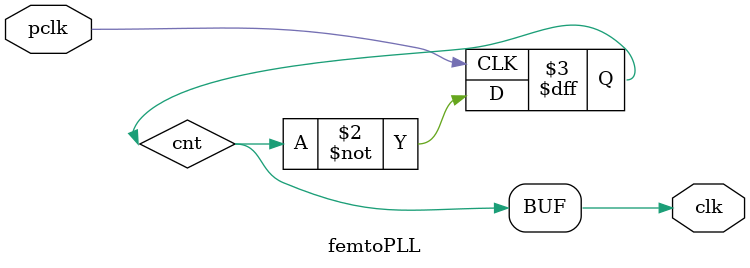
<source format=v>
/* PLL for FOMU board */

module femtoPLL #(
 parameter freq = 60
) (
 input 	pclk,
 output clk	   
);

   // pclk: 48 MHz -> clk: 24 MHz
   reg cnt;
   always @(posedge pclk) begin
      cnt <= ~cnt;
   end
   assign clk = cnt;
   
endmodule  

</source>
